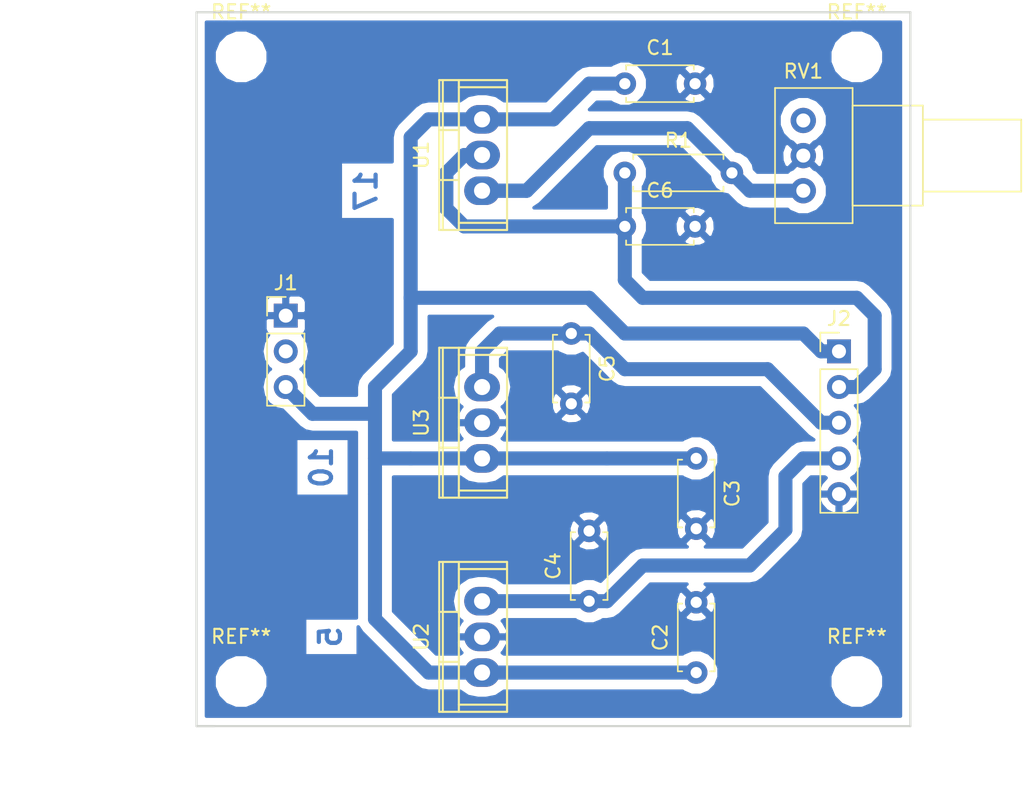
<source format=kicad_pcb>
(kicad_pcb (version 4) (host pcbnew 4.0.7-e2-6376~61~ubuntu18.04.1)

  (general
    (links 26)
    (no_connects 0)
    (area 105.260001 55.65 180.255001 118.190001)
    (thickness 1.6)
    (drawings 10)
    (tracks 66)
    (zones 0)
    (modules 17)
    (nets 9)
  )

  (page A4)
  (title_block
    (title "Regulators board")
    (date 2019-01-20)
    (rev A)
    (company "Robot Télécom Strasbourg")
  )

  (layers
    (0 F.Cu signal)
    (31 B.Cu signal)
    (32 B.Adhes user)
    (33 F.Adhes user)
    (34 B.Paste user)
    (35 F.Paste user)
    (36 B.SilkS user)
    (37 F.SilkS user)
    (38 B.Mask user)
    (39 F.Mask user)
    (40 Dwgs.User user)
    (41 Cmts.User user)
    (42 Eco1.User user)
    (43 Eco2.User user)
    (44 Edge.Cuts user)
    (45 Margin user)
    (46 B.CrtYd user)
    (47 F.CrtYd user)
    (48 B.Fab user)
    (49 F.Fab user)
  )

  (setup
    (last_trace_width 1)
    (user_trace_width 0.5)
    (user_trace_width 1)
    (trace_clearance 0.7)
    (zone_clearance 0.508)
    (zone_45_only no)
    (trace_min 0.2)
    (segment_width 0.2)
    (edge_width 0.15)
    (via_size 0.6)
    (via_drill 0.4)
    (via_min_size 0.4)
    (via_min_drill 0.3)
    (uvia_size 0.3)
    (uvia_drill 0.1)
    (uvias_allowed no)
    (uvia_min_size 0.2)
    (uvia_min_drill 0.1)
    (pcb_text_width 0.3)
    (pcb_text_size 1.5 1.5)
    (mod_edge_width 0.15)
    (mod_text_size 1 1)
    (mod_text_width 0.15)
    (pad_size 1.524 1.524)
    (pad_drill 0.762)
    (pad_to_mask_clearance 0.2)
    (aux_axis_origin 168.91 75.565)
    (visible_elements FFFFFF7F)
    (pcbplotparams
      (layerselection 0x01030_80000001)
      (usegerberextensions false)
      (excludeedgelayer true)
      (linewidth 0.100000)
      (plotframeref false)
      (viasonmask false)
      (mode 1)
      (useauxorigin false)
      (hpglpennumber 1)
      (hpglpenspeed 20)
      (hpglpendiameter 15)
      (hpglpenoverlay 2)
      (psnegative false)
      (psa4output false)
      (plotreference true)
      (plotvalue true)
      (plotinvisibletext false)
      (padsonsilk false)
      (subtractmaskfromsilk false)
      (outputformat 1)
      (mirror false)
      (drillshape 0)
      (scaleselection 1)
      (outputdirectory /home/rex/1_Elec/Kicad/RegulBoardOut/))
  )

  (net 0 "")
  (net 1 VCC)
  (net 2 GND)
  (net 3 /5V)
  (net 4 /10V)
  (net 5 /Vvar)
  (net 6 "Net-(R1-Pad2)")
  (net 7 "Net-(RV1-Pad3)")
  (net 8 "Net-(J1-Pad2)")

  (net_class Default "This is the default net class."
    (clearance 0.7)
    (trace_width 1)
    (via_dia 0.6)
    (via_drill 0.4)
    (uvia_dia 0.3)
    (uvia_drill 0.1)
    (add_net /10V)
    (add_net /5V)
    (add_net /Vvar)
    (add_net GND)
    (add_net "Net-(J1-Pad2)")
    (add_net "Net-(R1-Pad2)")
    (add_net "Net-(RV1-Pad3)")
    (add_net VCC)
  )

  (net_class PWR ""
    (clearance 0.5)
    (trace_width 1)
    (via_dia 0.6)
    (via_drill 0.4)
    (uvia_dia 0.3)
    (uvia_drill 0.1)
  )

  (module Capacitors_THT:C_Disc_D4.7mm_W2.5mm_P5.00mm (layer F.Cu) (tedit 597BC7C2) (tstamp 5C449B43)
    (at 151.13 62.23)
    (descr "C, Disc series, Radial, pin pitch=5.00mm, , diameter*width=4.7*2.5mm^2, Capacitor, http://www.vishay.com/docs/45233/krseries.pdf")
    (tags "C Disc series Radial pin pitch 5.00mm  diameter 4.7mm width 2.5mm Capacitor")
    (path /5C44F410)
    (fp_text reference C1 (at 2.5 -2.56) (layer F.SilkS)
      (effects (font (size 1 1) (thickness 0.15)))
    )
    (fp_text value C (at 2.5 2.56) (layer F.Fab)
      (effects (font (size 1 1) (thickness 0.15)))
    )
    (fp_line (start 0.15 -1.25) (end 0.15 1.25) (layer F.Fab) (width 0.1))
    (fp_line (start 0.15 1.25) (end 4.85 1.25) (layer F.Fab) (width 0.1))
    (fp_line (start 4.85 1.25) (end 4.85 -1.25) (layer F.Fab) (width 0.1))
    (fp_line (start 4.85 -1.25) (end 0.15 -1.25) (layer F.Fab) (width 0.1))
    (fp_line (start 0.09 -1.31) (end 4.91 -1.31) (layer F.SilkS) (width 0.12))
    (fp_line (start 0.09 1.31) (end 4.91 1.31) (layer F.SilkS) (width 0.12))
    (fp_line (start 0.09 -1.31) (end 0.09 -0.996) (layer F.SilkS) (width 0.12))
    (fp_line (start 0.09 0.996) (end 0.09 1.31) (layer F.SilkS) (width 0.12))
    (fp_line (start 4.91 -1.31) (end 4.91 -0.996) (layer F.SilkS) (width 0.12))
    (fp_line (start 4.91 0.996) (end 4.91 1.31) (layer F.SilkS) (width 0.12))
    (fp_line (start -1.05 -1.6) (end -1.05 1.6) (layer F.CrtYd) (width 0.05))
    (fp_line (start -1.05 1.6) (end 6.05 1.6) (layer F.CrtYd) (width 0.05))
    (fp_line (start 6.05 1.6) (end 6.05 -1.6) (layer F.CrtYd) (width 0.05))
    (fp_line (start 6.05 -1.6) (end -1.05 -1.6) (layer F.CrtYd) (width 0.05))
    (fp_text user %R (at 2.5 0) (layer F.Fab)
      (effects (font (size 1 1) (thickness 0.15)))
    )
    (pad 1 thru_hole circle (at 0 0) (size 1.6 1.6) (drill 0.8) (layers *.Cu *.Mask)
      (net 1 VCC))
    (pad 2 thru_hole circle (at 5 0) (size 1.6 1.6) (drill 0.8) (layers *.Cu *.Mask)
      (net 2 GND))
    (model ${KISYS3DMOD}/Capacitors_THT.3dshapes/C_Disc_D4.7mm_W2.5mm_P5.00mm.wrl
      (at (xyz 0 0 0))
      (scale (xyz 1 1 1))
      (rotate (xyz 0 0 0))
    )
  )

  (module Capacitors_THT:C_Disc_D4.7mm_W2.5mm_P5.00mm (layer F.Cu) (tedit 597BC7C2) (tstamp 5C449B49)
    (at 156.21 104.14 90)
    (descr "C, Disc series, Radial, pin pitch=5.00mm, , diameter*width=4.7*2.5mm^2, Capacitor, http://www.vishay.com/docs/45233/krseries.pdf")
    (tags "C Disc series Radial pin pitch 5.00mm  diameter 4.7mm width 2.5mm Capacitor")
    (path /5C44FEAC)
    (fp_text reference C2 (at 2.5 -2.56 90) (layer F.SilkS)
      (effects (font (size 1 1) (thickness 0.15)))
    )
    (fp_text value C (at 2.5 2.56 90) (layer F.Fab)
      (effects (font (size 1 1) (thickness 0.15)))
    )
    (fp_line (start 0.15 -1.25) (end 0.15 1.25) (layer F.Fab) (width 0.1))
    (fp_line (start 0.15 1.25) (end 4.85 1.25) (layer F.Fab) (width 0.1))
    (fp_line (start 4.85 1.25) (end 4.85 -1.25) (layer F.Fab) (width 0.1))
    (fp_line (start 4.85 -1.25) (end 0.15 -1.25) (layer F.Fab) (width 0.1))
    (fp_line (start 0.09 -1.31) (end 4.91 -1.31) (layer F.SilkS) (width 0.12))
    (fp_line (start 0.09 1.31) (end 4.91 1.31) (layer F.SilkS) (width 0.12))
    (fp_line (start 0.09 -1.31) (end 0.09 -0.996) (layer F.SilkS) (width 0.12))
    (fp_line (start 0.09 0.996) (end 0.09 1.31) (layer F.SilkS) (width 0.12))
    (fp_line (start 4.91 -1.31) (end 4.91 -0.996) (layer F.SilkS) (width 0.12))
    (fp_line (start 4.91 0.996) (end 4.91 1.31) (layer F.SilkS) (width 0.12))
    (fp_line (start -1.05 -1.6) (end -1.05 1.6) (layer F.CrtYd) (width 0.05))
    (fp_line (start -1.05 1.6) (end 6.05 1.6) (layer F.CrtYd) (width 0.05))
    (fp_line (start 6.05 1.6) (end 6.05 -1.6) (layer F.CrtYd) (width 0.05))
    (fp_line (start 6.05 -1.6) (end -1.05 -1.6) (layer F.CrtYd) (width 0.05))
    (fp_text user %R (at 2.5 0 90) (layer F.Fab)
      (effects (font (size 1 1) (thickness 0.15)))
    )
    (pad 1 thru_hole circle (at 0 0 90) (size 1.6 1.6) (drill 0.8) (layers *.Cu *.Mask)
      (net 1 VCC))
    (pad 2 thru_hole circle (at 5 0 90) (size 1.6 1.6) (drill 0.8) (layers *.Cu *.Mask)
      (net 2 GND))
    (model ${KISYS3DMOD}/Capacitors_THT.3dshapes/C_Disc_D4.7mm_W2.5mm_P5.00mm.wrl
      (at (xyz 0 0 0))
      (scale (xyz 1 1 1))
      (rotate (xyz 0 0 0))
    )
  )

  (module Capacitors_THT:C_Disc_D4.7mm_W2.5mm_P5.00mm (layer F.Cu) (tedit 597BC7C2) (tstamp 5C449B4F)
    (at 156.21 88.9 270)
    (descr "C, Disc series, Radial, pin pitch=5.00mm, , diameter*width=4.7*2.5mm^2, Capacitor, http://www.vishay.com/docs/45233/krseries.pdf")
    (tags "C Disc series Radial pin pitch 5.00mm  diameter 4.7mm width 2.5mm Capacitor")
    (path /5C45043A)
    (fp_text reference C3 (at 2.5 -2.56 270) (layer F.SilkS)
      (effects (font (size 1 1) (thickness 0.15)))
    )
    (fp_text value C (at 2.5 2.56 270) (layer F.Fab)
      (effects (font (size 1 1) (thickness 0.15)))
    )
    (fp_line (start 0.15 -1.25) (end 0.15 1.25) (layer F.Fab) (width 0.1))
    (fp_line (start 0.15 1.25) (end 4.85 1.25) (layer F.Fab) (width 0.1))
    (fp_line (start 4.85 1.25) (end 4.85 -1.25) (layer F.Fab) (width 0.1))
    (fp_line (start 4.85 -1.25) (end 0.15 -1.25) (layer F.Fab) (width 0.1))
    (fp_line (start 0.09 -1.31) (end 4.91 -1.31) (layer F.SilkS) (width 0.12))
    (fp_line (start 0.09 1.31) (end 4.91 1.31) (layer F.SilkS) (width 0.12))
    (fp_line (start 0.09 -1.31) (end 0.09 -0.996) (layer F.SilkS) (width 0.12))
    (fp_line (start 0.09 0.996) (end 0.09 1.31) (layer F.SilkS) (width 0.12))
    (fp_line (start 4.91 -1.31) (end 4.91 -0.996) (layer F.SilkS) (width 0.12))
    (fp_line (start 4.91 0.996) (end 4.91 1.31) (layer F.SilkS) (width 0.12))
    (fp_line (start -1.05 -1.6) (end -1.05 1.6) (layer F.CrtYd) (width 0.05))
    (fp_line (start -1.05 1.6) (end 6.05 1.6) (layer F.CrtYd) (width 0.05))
    (fp_line (start 6.05 1.6) (end 6.05 -1.6) (layer F.CrtYd) (width 0.05))
    (fp_line (start 6.05 -1.6) (end -1.05 -1.6) (layer F.CrtYd) (width 0.05))
    (fp_text user %R (at 2.5 0 270) (layer F.Fab)
      (effects (font (size 1 1) (thickness 0.15)))
    )
    (pad 1 thru_hole circle (at 0 0 270) (size 1.6 1.6) (drill 0.8) (layers *.Cu *.Mask)
      (net 1 VCC))
    (pad 2 thru_hole circle (at 5 0 270) (size 1.6 1.6) (drill 0.8) (layers *.Cu *.Mask)
      (net 2 GND))
    (model ${KISYS3DMOD}/Capacitors_THT.3dshapes/C_Disc_D4.7mm_W2.5mm_P5.00mm.wrl
      (at (xyz 0 0 0))
      (scale (xyz 1 1 1))
      (rotate (xyz 0 0 0))
    )
  )

  (module Capacitors_THT:C_Disc_D4.7mm_W2.5mm_P5.00mm (layer F.Cu) (tedit 597BC7C2) (tstamp 5C449B55)
    (at 148.59 99.06 90)
    (descr "C, Disc series, Radial, pin pitch=5.00mm, , diameter*width=4.7*2.5mm^2, Capacitor, http://www.vishay.com/docs/45233/krseries.pdf")
    (tags "C Disc series Radial pin pitch 5.00mm  diameter 4.7mm width 2.5mm Capacitor")
    (path /5C44FF05)
    (fp_text reference C4 (at 2.5 -2.56 90) (layer F.SilkS)
      (effects (font (size 1 1) (thickness 0.15)))
    )
    (fp_text value C (at 2.5 2.56 90) (layer F.Fab)
      (effects (font (size 1 1) (thickness 0.15)))
    )
    (fp_line (start 0.15 -1.25) (end 0.15 1.25) (layer F.Fab) (width 0.1))
    (fp_line (start 0.15 1.25) (end 4.85 1.25) (layer F.Fab) (width 0.1))
    (fp_line (start 4.85 1.25) (end 4.85 -1.25) (layer F.Fab) (width 0.1))
    (fp_line (start 4.85 -1.25) (end 0.15 -1.25) (layer F.Fab) (width 0.1))
    (fp_line (start 0.09 -1.31) (end 4.91 -1.31) (layer F.SilkS) (width 0.12))
    (fp_line (start 0.09 1.31) (end 4.91 1.31) (layer F.SilkS) (width 0.12))
    (fp_line (start 0.09 -1.31) (end 0.09 -0.996) (layer F.SilkS) (width 0.12))
    (fp_line (start 0.09 0.996) (end 0.09 1.31) (layer F.SilkS) (width 0.12))
    (fp_line (start 4.91 -1.31) (end 4.91 -0.996) (layer F.SilkS) (width 0.12))
    (fp_line (start 4.91 0.996) (end 4.91 1.31) (layer F.SilkS) (width 0.12))
    (fp_line (start -1.05 -1.6) (end -1.05 1.6) (layer F.CrtYd) (width 0.05))
    (fp_line (start -1.05 1.6) (end 6.05 1.6) (layer F.CrtYd) (width 0.05))
    (fp_line (start 6.05 1.6) (end 6.05 -1.6) (layer F.CrtYd) (width 0.05))
    (fp_line (start 6.05 -1.6) (end -1.05 -1.6) (layer F.CrtYd) (width 0.05))
    (fp_text user %R (at 2.5 0 90) (layer F.Fab)
      (effects (font (size 1 1) (thickness 0.15)))
    )
    (pad 1 thru_hole circle (at 0 0 90) (size 1.6 1.6) (drill 0.8) (layers *.Cu *.Mask)
      (net 3 /5V))
    (pad 2 thru_hole circle (at 5 0 90) (size 1.6 1.6) (drill 0.8) (layers *.Cu *.Mask)
      (net 2 GND))
    (model ${KISYS3DMOD}/Capacitors_THT.3dshapes/C_Disc_D4.7mm_W2.5mm_P5.00mm.wrl
      (at (xyz 0 0 0))
      (scale (xyz 1 1 1))
      (rotate (xyz 0 0 0))
    )
  )

  (module Capacitors_THT:C_Disc_D4.7mm_W2.5mm_P5.00mm (layer F.Cu) (tedit 597BC7C2) (tstamp 5C449B5B)
    (at 147.32 80.01 270)
    (descr "C, Disc series, Radial, pin pitch=5.00mm, , diameter*width=4.7*2.5mm^2, Capacitor, http://www.vishay.com/docs/45233/krseries.pdf")
    (tags "C Disc series Radial pin pitch 5.00mm  diameter 4.7mm width 2.5mm Capacitor")
    (path /5C45049A)
    (fp_text reference C5 (at 2.5 -2.56 270) (layer F.SilkS)
      (effects (font (size 1 1) (thickness 0.15)))
    )
    (fp_text value C (at 2.5 2.56 270) (layer F.Fab)
      (effects (font (size 1 1) (thickness 0.15)))
    )
    (fp_line (start 0.15 -1.25) (end 0.15 1.25) (layer F.Fab) (width 0.1))
    (fp_line (start 0.15 1.25) (end 4.85 1.25) (layer F.Fab) (width 0.1))
    (fp_line (start 4.85 1.25) (end 4.85 -1.25) (layer F.Fab) (width 0.1))
    (fp_line (start 4.85 -1.25) (end 0.15 -1.25) (layer F.Fab) (width 0.1))
    (fp_line (start 0.09 -1.31) (end 4.91 -1.31) (layer F.SilkS) (width 0.12))
    (fp_line (start 0.09 1.31) (end 4.91 1.31) (layer F.SilkS) (width 0.12))
    (fp_line (start 0.09 -1.31) (end 0.09 -0.996) (layer F.SilkS) (width 0.12))
    (fp_line (start 0.09 0.996) (end 0.09 1.31) (layer F.SilkS) (width 0.12))
    (fp_line (start 4.91 -1.31) (end 4.91 -0.996) (layer F.SilkS) (width 0.12))
    (fp_line (start 4.91 0.996) (end 4.91 1.31) (layer F.SilkS) (width 0.12))
    (fp_line (start -1.05 -1.6) (end -1.05 1.6) (layer F.CrtYd) (width 0.05))
    (fp_line (start -1.05 1.6) (end 6.05 1.6) (layer F.CrtYd) (width 0.05))
    (fp_line (start 6.05 1.6) (end 6.05 -1.6) (layer F.CrtYd) (width 0.05))
    (fp_line (start 6.05 -1.6) (end -1.05 -1.6) (layer F.CrtYd) (width 0.05))
    (fp_text user %R (at 2.5 0 270) (layer F.Fab)
      (effects (font (size 1 1) (thickness 0.15)))
    )
    (pad 1 thru_hole circle (at 0 0 270) (size 1.6 1.6) (drill 0.8) (layers *.Cu *.Mask)
      (net 4 /10V))
    (pad 2 thru_hole circle (at 5 0 270) (size 1.6 1.6) (drill 0.8) (layers *.Cu *.Mask)
      (net 2 GND))
    (model ${KISYS3DMOD}/Capacitors_THT.3dshapes/C_Disc_D4.7mm_W2.5mm_P5.00mm.wrl
      (at (xyz 0 0 0))
      (scale (xyz 1 1 1))
      (rotate (xyz 0 0 0))
    )
  )

  (module Capacitors_THT:C_Disc_D4.7mm_W2.5mm_P5.00mm (layer F.Cu) (tedit 5C449BAA) (tstamp 5C449B61)
    (at 151.13 72.39)
    (descr "C, Disc series, Radial, pin pitch=5.00mm, , diameter*width=4.7*2.5mm^2, Capacitor, http://www.vishay.com/docs/45233/krseries.pdf")
    (tags "C Disc series Radial pin pitch 5.00mm  diameter 4.7mm width 2.5mm Capacitor")
    (path /5C44F45A)
    (fp_text reference C6 (at 2.5 -2.56) (layer F.SilkS)
      (effects (font (size 1 1) (thickness 0.15)))
    )
    (fp_text value C (at 2.5 2.56) (layer F.Fab)
      (effects (font (size 1 1) (thickness 0.15)))
    )
    (fp_line (start 0.15 -1.25) (end 0.15 1.25) (layer F.Fab) (width 0.1))
    (fp_line (start 0.15 1.25) (end 4.85 1.25) (layer F.Fab) (width 0.1))
    (fp_line (start 4.85 1.25) (end 4.85 -1.25) (layer F.Fab) (width 0.1))
    (fp_line (start 4.85 -1.25) (end 0.15 -1.25) (layer F.Fab) (width 0.1))
    (fp_line (start 0.09 -1.31) (end 4.91 -1.31) (layer F.SilkS) (width 0.12))
    (fp_line (start 0.09 1.31) (end 4.91 1.31) (layer F.SilkS) (width 0.12))
    (fp_line (start 0.09 -1.31) (end 0.09 -0.996) (layer F.SilkS) (width 0.12))
    (fp_line (start 0.09 0.996) (end 0.09 1.31) (layer F.SilkS) (width 0.12))
    (fp_line (start 4.91 -1.31) (end 4.91 -0.996) (layer F.SilkS) (width 0.12))
    (fp_line (start 4.91 0.996) (end 4.91 1.31) (layer F.SilkS) (width 0.12))
    (fp_line (start -1.05 -1.6) (end -1.05 1.6) (layer F.CrtYd) (width 0.05))
    (fp_line (start -1.05 1.6) (end 6.05 1.6) (layer F.CrtYd) (width 0.05))
    (fp_line (start 6.05 1.6) (end 6.05 -1.6) (layer F.CrtYd) (width 0.05))
    (fp_line (start 6.05 -1.6) (end -1.05 -1.6) (layer F.CrtYd) (width 0.05))
    (fp_text user %R (at 2.54 0) (layer F.Fab)
      (effects (font (size 1 1) (thickness 0.15)))
    )
    (pad 1 thru_hole circle (at 0 0) (size 1.6 1.6) (drill 0.8) (layers *.Cu *.Mask)
      (net 5 /Vvar))
    (pad 2 thru_hole circle (at 5 0) (size 1.6 1.6) (drill 0.8) (layers *.Cu *.Mask)
      (net 2 GND))
    (model ${KISYS3DMOD}/Capacitors_THT.3dshapes/C_Disc_D4.7mm_W2.5mm_P5.00mm.wrl
      (at (xyz 0 0 0))
      (scale (xyz 1 1 1))
      (rotate (xyz 0 0 0))
    )
  )

  (module Pin_Headers:Pin_Header_Straight_1x03_Pitch2.54mm (layer F.Cu) (tedit 59650532) (tstamp 5C449B68)
    (at 127 78.74)
    (descr "Through hole straight pin header, 1x03, 2.54mm pitch, single row")
    (tags "Through hole pin header THT 1x03 2.54mm single row")
    (path /5C452C50)
    (fp_text reference J1 (at 0 -2.33) (layer F.SilkS)
      (effects (font (size 1 1) (thickness 0.15)))
    )
    (fp_text value Conn_01x03 (at 0 7.41) (layer F.Fab)
      (effects (font (size 1 1) (thickness 0.15)))
    )
    (fp_line (start -0.635 -1.27) (end 1.27 -1.27) (layer F.Fab) (width 0.1))
    (fp_line (start 1.27 -1.27) (end 1.27 6.35) (layer F.Fab) (width 0.1))
    (fp_line (start 1.27 6.35) (end -1.27 6.35) (layer F.Fab) (width 0.1))
    (fp_line (start -1.27 6.35) (end -1.27 -0.635) (layer F.Fab) (width 0.1))
    (fp_line (start -1.27 -0.635) (end -0.635 -1.27) (layer F.Fab) (width 0.1))
    (fp_line (start -1.33 6.41) (end 1.33 6.41) (layer F.SilkS) (width 0.12))
    (fp_line (start -1.33 1.27) (end -1.33 6.41) (layer F.SilkS) (width 0.12))
    (fp_line (start 1.33 1.27) (end 1.33 6.41) (layer F.SilkS) (width 0.12))
    (fp_line (start -1.33 1.27) (end 1.33 1.27) (layer F.SilkS) (width 0.12))
    (fp_line (start -1.33 0) (end -1.33 -1.33) (layer F.SilkS) (width 0.12))
    (fp_line (start -1.33 -1.33) (end 0 -1.33) (layer F.SilkS) (width 0.12))
    (fp_line (start -1.8 -1.8) (end -1.8 6.85) (layer F.CrtYd) (width 0.05))
    (fp_line (start -1.8 6.85) (end 1.8 6.85) (layer F.CrtYd) (width 0.05))
    (fp_line (start 1.8 6.85) (end 1.8 -1.8) (layer F.CrtYd) (width 0.05))
    (fp_line (start 1.8 -1.8) (end -1.8 -1.8) (layer F.CrtYd) (width 0.05))
    (fp_text user %R (at 0 2.54 90) (layer F.Fab)
      (effects (font (size 1 1) (thickness 0.15)))
    )
    (pad 1 thru_hole rect (at 0 0) (size 1.7 1.7) (drill 1) (layers *.Cu *.Mask)
      (net 2 GND))
    (pad 2 thru_hole oval (at 0 2.54) (size 1.7 1.7) (drill 1) (layers *.Cu *.Mask)
      (net 8 "Net-(J1-Pad2)"))
    (pad 3 thru_hole oval (at 0 5.08) (size 1.7 1.7) (drill 1) (layers *.Cu *.Mask)
      (net 1 VCC))
    (model ${KISYS3DMOD}/Pin_Headers.3dshapes/Pin_Header_Straight_1x03_Pitch2.54mm.wrl
      (at (xyz 0 0 0))
      (scale (xyz 1 1 1))
      (rotate (xyz 0 0 0))
    )
  )

  (module Pin_Headers:Pin_Header_Straight_1x05_Pitch2.54mm (layer F.Cu) (tedit 59650532) (tstamp 5C449B71)
    (at 166.37 81.28)
    (descr "Through hole straight pin header, 1x05, 2.54mm pitch, single row")
    (tags "Through hole pin header THT 1x05 2.54mm single row")
    (path /5C450ABB)
    (fp_text reference J2 (at 0 -2.33) (layer F.SilkS)
      (effects (font (size 1 1) (thickness 0.15)))
    )
    (fp_text value Conn_01x05 (at 0 12.49) (layer F.Fab)
      (effects (font (size 1 1) (thickness 0.15)))
    )
    (fp_line (start -0.635 -1.27) (end 1.27 -1.27) (layer F.Fab) (width 0.1))
    (fp_line (start 1.27 -1.27) (end 1.27 11.43) (layer F.Fab) (width 0.1))
    (fp_line (start 1.27 11.43) (end -1.27 11.43) (layer F.Fab) (width 0.1))
    (fp_line (start -1.27 11.43) (end -1.27 -0.635) (layer F.Fab) (width 0.1))
    (fp_line (start -1.27 -0.635) (end -0.635 -1.27) (layer F.Fab) (width 0.1))
    (fp_line (start -1.33 11.49) (end 1.33 11.49) (layer F.SilkS) (width 0.12))
    (fp_line (start -1.33 1.27) (end -1.33 11.49) (layer F.SilkS) (width 0.12))
    (fp_line (start 1.33 1.27) (end 1.33 11.49) (layer F.SilkS) (width 0.12))
    (fp_line (start -1.33 1.27) (end 1.33 1.27) (layer F.SilkS) (width 0.12))
    (fp_line (start -1.33 0) (end -1.33 -1.33) (layer F.SilkS) (width 0.12))
    (fp_line (start -1.33 -1.33) (end 0 -1.33) (layer F.SilkS) (width 0.12))
    (fp_line (start -1.8 -1.8) (end -1.8 11.95) (layer F.CrtYd) (width 0.05))
    (fp_line (start -1.8 11.95) (end 1.8 11.95) (layer F.CrtYd) (width 0.05))
    (fp_line (start 1.8 11.95) (end 1.8 -1.8) (layer F.CrtYd) (width 0.05))
    (fp_line (start 1.8 -1.8) (end -1.8 -1.8) (layer F.CrtYd) (width 0.05))
    (fp_text user %R (at 0 5.08 90) (layer F.Fab)
      (effects (font (size 1 1) (thickness 0.15)))
    )
    (pad 1 thru_hole rect (at 0 0) (size 1.7 1.7) (drill 1) (layers *.Cu *.Mask)
      (net 1 VCC))
    (pad 2 thru_hole oval (at 0 2.54) (size 1.7 1.7) (drill 1) (layers *.Cu *.Mask)
      (net 5 /Vvar))
    (pad 3 thru_hole oval (at 0 5.08) (size 1.7 1.7) (drill 1) (layers *.Cu *.Mask)
      (net 4 /10V))
    (pad 4 thru_hole oval (at 0 7.62) (size 1.7 1.7) (drill 1) (layers *.Cu *.Mask)
      (net 3 /5V))
    (pad 5 thru_hole oval (at 0 10.16) (size 1.7 1.7) (drill 1) (layers *.Cu *.Mask)
      (net 2 GND))
    (model ${KISYS3DMOD}/Pin_Headers.3dshapes/Pin_Header_Straight_1x05_Pitch2.54mm.wrl
      (at (xyz 0 0 0))
      (scale (xyz 1 1 1))
      (rotate (xyz 0 0 0))
    )
  )

  (module Resistors_THT:R_Axial_DIN0207_L6.3mm_D2.5mm_P7.62mm_Horizontal (layer F.Cu) (tedit 5874F706) (tstamp 5C449B77)
    (at 151.13 68.58)
    (descr "Resistor, Axial_DIN0207 series, Axial, Horizontal, pin pitch=7.62mm, 0.25W = 1/4W, length*diameter=6.3*2.5mm^2, http://cdn-reichelt.de/documents/datenblatt/B400/1_4W%23YAG.pdf")
    (tags "Resistor Axial_DIN0207 series Axial Horizontal pin pitch 7.62mm 0.25W = 1/4W length 6.3mm diameter 2.5mm")
    (path /5C44F4A6)
    (fp_text reference R1 (at 3.81 -2.31) (layer F.SilkS)
      (effects (font (size 1 1) (thickness 0.15)))
    )
    (fp_text value R (at 3.81 2.31) (layer F.Fab)
      (effects (font (size 1 1) (thickness 0.15)))
    )
    (fp_line (start 0.66 -1.25) (end 0.66 1.25) (layer F.Fab) (width 0.1))
    (fp_line (start 0.66 1.25) (end 6.96 1.25) (layer F.Fab) (width 0.1))
    (fp_line (start 6.96 1.25) (end 6.96 -1.25) (layer F.Fab) (width 0.1))
    (fp_line (start 6.96 -1.25) (end 0.66 -1.25) (layer F.Fab) (width 0.1))
    (fp_line (start 0 0) (end 0.66 0) (layer F.Fab) (width 0.1))
    (fp_line (start 7.62 0) (end 6.96 0) (layer F.Fab) (width 0.1))
    (fp_line (start 0.6 -0.98) (end 0.6 -1.31) (layer F.SilkS) (width 0.12))
    (fp_line (start 0.6 -1.31) (end 7.02 -1.31) (layer F.SilkS) (width 0.12))
    (fp_line (start 7.02 -1.31) (end 7.02 -0.98) (layer F.SilkS) (width 0.12))
    (fp_line (start 0.6 0.98) (end 0.6 1.31) (layer F.SilkS) (width 0.12))
    (fp_line (start 0.6 1.31) (end 7.02 1.31) (layer F.SilkS) (width 0.12))
    (fp_line (start 7.02 1.31) (end 7.02 0.98) (layer F.SilkS) (width 0.12))
    (fp_line (start -1.05 -1.6) (end -1.05 1.6) (layer F.CrtYd) (width 0.05))
    (fp_line (start -1.05 1.6) (end 8.7 1.6) (layer F.CrtYd) (width 0.05))
    (fp_line (start 8.7 1.6) (end 8.7 -1.6) (layer F.CrtYd) (width 0.05))
    (fp_line (start 8.7 -1.6) (end -1.05 -1.6) (layer F.CrtYd) (width 0.05))
    (pad 1 thru_hole circle (at 0 0) (size 1.6 1.6) (drill 0.8) (layers *.Cu *.Mask)
      (net 5 /Vvar))
    (pad 2 thru_hole oval (at 7.62 0) (size 1.6 1.6) (drill 0.8) (layers *.Cu *.Mask)
      (net 6 "Net-(R1-Pad2)"))
    (model ${KISYS3DMOD}/Resistors_THT.3dshapes/R_Axial_DIN0207_L6.3mm_D2.5mm_P7.62mm_Horizontal.wrl
      (at (xyz 0 0 0))
      (scale (xyz 0.393701 0.393701 0.393701))
      (rotate (xyz 0 0 0))
    )
  )

  (module Potentiometers:Potentiometer_Alps_RK09Y_Vertical (layer F.Cu) (tedit 58826B09) (tstamp 5C449B7E)
    (at 163.83 69.85)
    (descr "Potentiometer, vertically mounted, Omeg PC16PU, Omeg PC16PU, Omeg PC16PU, Vishay/Spectrol 248GJ/249GJ Single, Vishay/Spectrol 248GJ/249GJ Single, Vishay/Spectrol 248GJ/249GJ Single, Vishay/Spectrol 248GH/249GH Single, Vishay/Spectrol 148/149 Single, Vishay/Spectrol 148/149 Single, Vishay/Spectrol 148/149 Single, Vishay/Spectrol 148A/149A Single with mounting plates, Vishay/Spectrol 148/149 Double, Vishay/Spectrol 148A/149A Double with mounting plates, Piher PC-16 Single, Piher PC-16 Single, Piher PC-16 Single, Piher PC-16SV Single, Piher PC-16 Double, Piher PC-16 Triple, Piher T16H Single, Piher T16L Single, Piher T16H Double, Alps RK163 Single, Alps RK163 Double, Alps RK097 Single, Alps RK097 Double, Bourns PTV09A-2 Single with mounting sleve Single, Bourns PTV09A-1 with mounting sleve Single, Bourns PRS11S Single, Alps RK09K Single with mounting sleve Single, Alps RK09K with mounting sleve Single, Alps RK09L Single, Alps RK09L Single, Alps RK09L Double, Alps RK09L Double, Alps RK09Y Single, http://www.alps.com/prod/info/E/HTML/Potentiometer/RotaryPotentiometers/RK09Y11/RK09Y11L0001.html")
    (tags "Potentiometer vertical  Omeg PC16PU  Omeg PC16PU  Omeg PC16PU  Vishay/Spectrol 248GJ/249GJ Single  Vishay/Spectrol 248GJ/249GJ Single  Vishay/Spectrol 248GJ/249GJ Single  Vishay/Spectrol 248GH/249GH Single  Vishay/Spectrol 148/149 Single  Vishay/Spectrol 148/149 Single  Vishay/Spectrol 148/149 Single  Vishay/Spectrol 148A/149A Single with mounting plates  Vishay/Spectrol 148/149 Double  Vishay/Spectrol 148A/149A Double with mounting plates  Piher PC-16 Single  Piher PC-16 Single  Piher PC-16 Single  Piher PC-16SV Single  Piher PC-16 Double  Piher PC-16 Triple  Piher T16H Single  Piher T16L Single  Piher T16H Double  Alps RK163 Single  Alps RK163 Double  Alps RK097 Single  Alps RK097 Double  Bourns PTV09A-2 Single with mounting sleve Single  Bourns PTV09A-1 with mounting sleve Single  Bourns PRS11S Single  Alps RK09K Single with mounting sleve Single  Alps RK09K with mounting sleve Single  Alps RK09L Single  Alps RK09L Single  Alps RK09L Double  Alps RK09L Double  Alps RK09Y Single")
    (path /5C44F4F9)
    (fp_text reference RV1 (at 0 -8.5) (layer F.SilkS)
      (effects (font (size 1 1) (thickness 0.15)))
    )
    (fp_text value POT (at 0 3.5) (layer F.Fab)
      (effects (font (size 1 1) (thickness 0.15)))
    )
    (fp_line (start -1.95 -7.25) (end -1.95 2.25) (layer F.Fab) (width 0.1))
    (fp_line (start -1.95 2.25) (end 3.45 2.25) (layer F.Fab) (width 0.1))
    (fp_line (start 3.45 2.25) (end 3.45 -7.25) (layer F.Fab) (width 0.1))
    (fp_line (start 3.45 -7.25) (end -1.95 -7.25) (layer F.Fab) (width 0.1))
    (fp_line (start 3.45 -6) (end 3.45 1) (layer F.Fab) (width 0.1))
    (fp_line (start 3.45 1) (end 8.45 1) (layer F.Fab) (width 0.1))
    (fp_line (start 8.45 1) (end 8.45 -6) (layer F.Fab) (width 0.1))
    (fp_line (start 8.45 -6) (end 3.45 -6) (layer F.Fab) (width 0.1))
    (fp_line (start 8.45 -5) (end 8.45 0) (layer F.Fab) (width 0.1))
    (fp_line (start 8.45 0) (end 15.45 0) (layer F.Fab) (width 0.1))
    (fp_line (start 15.45 0) (end 15.45 -5) (layer F.Fab) (width 0.1))
    (fp_line (start 15.45 -5) (end 8.45 -5) (layer F.Fab) (width 0.1))
    (fp_line (start -2.011 -7.31) (end 3.51 -7.31) (layer F.SilkS) (width 0.12))
    (fp_line (start -2.011 2.31) (end 3.51 2.31) (layer F.SilkS) (width 0.12))
    (fp_line (start -2.011 -7.31) (end -2.011 2.31) (layer F.SilkS) (width 0.12))
    (fp_line (start 3.51 -7.31) (end 3.51 2.31) (layer F.SilkS) (width 0.12))
    (fp_line (start 3.51 -6.06) (end 8.51 -6.06) (layer F.SilkS) (width 0.12))
    (fp_line (start 3.51 1.06) (end 8.51 1.06) (layer F.SilkS) (width 0.12))
    (fp_line (start 3.51 -6.06) (end 3.51 1.06) (layer F.SilkS) (width 0.12))
    (fp_line (start 8.51 -6.06) (end 8.51 1.06) (layer F.SilkS) (width 0.12))
    (fp_line (start 8.51 -5.06) (end 15.51 -5.06) (layer F.SilkS) (width 0.12))
    (fp_line (start 8.51 0.06) (end 15.51 0.06) (layer F.SilkS) (width 0.12))
    (fp_line (start 8.51 -5.06) (end 8.51 0.06) (layer F.SilkS) (width 0.12))
    (fp_line (start 15.51 -5.06) (end 15.51 0.06) (layer F.SilkS) (width 0.12))
    (fp_line (start -2.2 -7.5) (end -2.2 2.5) (layer F.CrtYd) (width 0.05))
    (fp_line (start -2.2 2.5) (end 15.7 2.5) (layer F.CrtYd) (width 0.05))
    (fp_line (start 15.7 2.5) (end 15.7 -7.5) (layer F.CrtYd) (width 0.05))
    (fp_line (start 15.7 -7.5) (end -2.2 -7.5) (layer F.CrtYd) (width 0.05))
    (pad 3 thru_hole circle (at 0 -5) (size 1.8 1.8) (drill 1) (layers *.Cu *.Mask)
      (net 7 "Net-(RV1-Pad3)"))
    (pad 2 thru_hole circle (at 0 -2.5) (size 1.8 1.8) (drill 1) (layers *.Cu *.Mask)
      (net 2 GND))
    (pad 1 thru_hole circle (at 0 0) (size 1.8 1.8) (drill 1) (layers *.Cu *.Mask)
      (net 6 "Net-(R1-Pad2)"))
    (model Potentiometers.3dshapes/Potentiometer_Alps_RK09Y_Vertical.wrl
      (at (xyz 0 0 0))
      (scale (xyz 0.393701 0.393701 0.393701))
      (rotate (xyz 0 0 0))
    )
  )

  (module Power_Integrations:TO-220 (layer F.Cu) (tedit 0) (tstamp 5C449B85)
    (at 140.97 67.31 90)
    (descr "Non Isolated JEDEC TO-220 Package")
    (tags "Power Integration YN Package")
    (path /5C44F30F)
    (fp_text reference U1 (at 0 -4.318 90) (layer F.SilkS)
      (effects (font (size 1 1) (thickness 0.15)))
    )
    (fp_text value LM317_3PinPackage (at 0 -4.318 90) (layer F.Fab)
      (effects (font (size 1 1) (thickness 0.15)))
    )
    (fp_line (start 4.826 -1.651) (end 4.826 1.778) (layer F.SilkS) (width 0.15))
    (fp_line (start -4.826 -1.651) (end -4.826 1.778) (layer F.SilkS) (width 0.15))
    (fp_line (start 5.334 -2.794) (end -5.334 -2.794) (layer F.SilkS) (width 0.15))
    (fp_line (start 1.778 -1.778) (end 1.778 -3.048) (layer F.SilkS) (width 0.15))
    (fp_line (start -1.778 -1.778) (end -1.778 -3.048) (layer F.SilkS) (width 0.15))
    (fp_line (start -5.334 -1.651) (end 5.334 -1.651) (layer F.SilkS) (width 0.15))
    (fp_line (start 5.334 1.778) (end -5.334 1.778) (layer F.SilkS) (width 0.15))
    (fp_line (start -5.334 -3.048) (end -5.334 1.778) (layer F.SilkS) (width 0.15))
    (fp_line (start 5.334 -3.048) (end 5.334 1.778) (layer F.SilkS) (width 0.15))
    (fp_line (start 5.334 -3.048) (end -5.334 -3.048) (layer F.SilkS) (width 0.15))
    (pad 2 thru_hole oval (at 0 0 90) (size 2.032 2.54) (drill 1.143) (layers *.Cu *.Mask)
      (net 5 /Vvar))
    (pad 3 thru_hole oval (at 2.54 0 90) (size 2.032 2.54) (drill 1.143) (layers *.Cu *.Mask)
      (net 1 VCC))
    (pad 1 thru_hole oval (at -2.54 0 90) (size 2.032 2.54) (drill 1.143) (layers *.Cu *.Mask)
      (net 6 "Net-(R1-Pad2)"))
  )

  (module Power_Integrations:TO-220 (layer F.Cu) (tedit 0) (tstamp 5C449B8C)
    (at 140.97 101.6 90)
    (descr "Non Isolated JEDEC TO-220 Package")
    (tags "Power Integration YN Package")
    (path /5C44FCA9)
    (fp_text reference U2 (at 0 -4.318 90) (layer F.SilkS)
      (effects (font (size 1 1) (thickness 0.15)))
    )
    (fp_text value L7805 (at 0 -4.318 90) (layer F.Fab)
      (effects (font (size 1 1) (thickness 0.15)))
    )
    (fp_line (start 4.826 -1.651) (end 4.826 1.778) (layer F.SilkS) (width 0.15))
    (fp_line (start -4.826 -1.651) (end -4.826 1.778) (layer F.SilkS) (width 0.15))
    (fp_line (start 5.334 -2.794) (end -5.334 -2.794) (layer F.SilkS) (width 0.15))
    (fp_line (start 1.778 -1.778) (end 1.778 -3.048) (layer F.SilkS) (width 0.15))
    (fp_line (start -1.778 -1.778) (end -1.778 -3.048) (layer F.SilkS) (width 0.15))
    (fp_line (start -5.334 -1.651) (end 5.334 -1.651) (layer F.SilkS) (width 0.15))
    (fp_line (start 5.334 1.778) (end -5.334 1.778) (layer F.SilkS) (width 0.15))
    (fp_line (start -5.334 -3.048) (end -5.334 1.778) (layer F.SilkS) (width 0.15))
    (fp_line (start 5.334 -3.048) (end 5.334 1.778) (layer F.SilkS) (width 0.15))
    (fp_line (start 5.334 -3.048) (end -5.334 -3.048) (layer F.SilkS) (width 0.15))
    (pad 2 thru_hole oval (at 0 0 90) (size 2.032 2.54) (drill 1.143) (layers *.Cu *.Mask)
      (net 2 GND))
    (pad 3 thru_hole oval (at 2.54 0 90) (size 2.032 2.54) (drill 1.143) (layers *.Cu *.Mask)
      (net 3 /5V))
    (pad 1 thru_hole oval (at -2.54 0 90) (size 2.032 2.54) (drill 1.143) (layers *.Cu *.Mask)
      (net 1 VCC))
  )

  (module Power_Integrations:TO-220 (layer F.Cu) (tedit 0) (tstamp 5C449B93)
    (at 140.97 86.36 90)
    (descr "Non Isolated JEDEC TO-220 Package")
    (tags "Power Integration YN Package")
    (path /5C4503B1)
    (fp_text reference U3 (at 0 -4.318 90) (layer F.SilkS)
      (effects (font (size 1 1) (thickness 0.15)))
    )
    (fp_text value L7810 (at 0 -4.318 90) (layer F.Fab)
      (effects (font (size 1 1) (thickness 0.15)))
    )
    (fp_line (start 4.826 -1.651) (end 4.826 1.778) (layer F.SilkS) (width 0.15))
    (fp_line (start -4.826 -1.651) (end -4.826 1.778) (layer F.SilkS) (width 0.15))
    (fp_line (start 5.334 -2.794) (end -5.334 -2.794) (layer F.SilkS) (width 0.15))
    (fp_line (start 1.778 -1.778) (end 1.778 -3.048) (layer F.SilkS) (width 0.15))
    (fp_line (start -1.778 -1.778) (end -1.778 -3.048) (layer F.SilkS) (width 0.15))
    (fp_line (start -5.334 -1.651) (end 5.334 -1.651) (layer F.SilkS) (width 0.15))
    (fp_line (start 5.334 1.778) (end -5.334 1.778) (layer F.SilkS) (width 0.15))
    (fp_line (start -5.334 -3.048) (end -5.334 1.778) (layer F.SilkS) (width 0.15))
    (fp_line (start 5.334 -3.048) (end 5.334 1.778) (layer F.SilkS) (width 0.15))
    (fp_line (start 5.334 -3.048) (end -5.334 -3.048) (layer F.SilkS) (width 0.15))
    (pad 2 thru_hole oval (at 0 0 90) (size 2.032 2.54) (drill 1.143) (layers *.Cu *.Mask)
      (net 2 GND))
    (pad 3 thru_hole oval (at 2.54 0 90) (size 2.032 2.54) (drill 1.143) (layers *.Cu *.Mask)
      (net 4 /10V))
    (pad 1 thru_hole oval (at -2.54 0 90) (size 2.032 2.54) (drill 1.143) (layers *.Cu *.Mask)
      (net 1 VCC))
  )

  (module Mounting_Holes:MountingHole_2.2mm_M2 (layer F.Cu) (tedit 56D1B4CB) (tstamp 5C44AA48)
    (at 123.825 60.325)
    (descr "Mounting Hole 2.2mm, no annular, M2")
    (tags "mounting hole 2.2mm no annular m2")
    (attr virtual)
    (fp_text reference REF** (at 0 -3.2) (layer F.SilkS)
      (effects (font (size 1 1) (thickness 0.15)))
    )
    (fp_text value MountingHole_2.2mm_M2 (at 0 3.2) (layer F.Fab)
      (effects (font (size 1 1) (thickness 0.15)))
    )
    (fp_text user %R (at 0.3 0) (layer F.Fab)
      (effects (font (size 1 1) (thickness 0.15)))
    )
    (fp_circle (center 0 0) (end 2.2 0) (layer Cmts.User) (width 0.15))
    (fp_circle (center 0 0) (end 2.45 0) (layer F.CrtYd) (width 0.05))
    (pad 1 np_thru_hole circle (at 0 0) (size 2.2 2.2) (drill 2.2) (layers *.Cu *.Mask))
  )

  (module Mounting_Holes:MountingHole_2.2mm_M2 (layer F.Cu) (tedit 56D1B4CB) (tstamp 5C44AAAD)
    (at 167.64 60.325)
    (descr "Mounting Hole 2.2mm, no annular, M2")
    (tags "mounting hole 2.2mm no annular m2")
    (attr virtual)
    (fp_text reference REF** (at 0 -3.2) (layer F.SilkS)
      (effects (font (size 1 1) (thickness 0.15)))
    )
    (fp_text value MountingHole_2.2mm_M2 (at 0 3.2) (layer F.Fab)
      (effects (font (size 1 1) (thickness 0.15)))
    )
    (fp_text user %R (at 0.3 0) (layer F.Fab)
      (effects (font (size 1 1) (thickness 0.15)))
    )
    (fp_circle (center 0 0) (end 2.2 0) (layer Cmts.User) (width 0.15))
    (fp_circle (center 0 0) (end 2.45 0) (layer F.CrtYd) (width 0.05))
    (pad 1 np_thru_hole circle (at 0 0) (size 2.2 2.2) (drill 2.2) (layers *.Cu *.Mask))
  )

  (module Mounting_Holes:MountingHole_2.2mm_M2 (layer F.Cu) (tedit 56D1B4CB) (tstamp 5C44AAB8)
    (at 123.825 104.775)
    (descr "Mounting Hole 2.2mm, no annular, M2")
    (tags "mounting hole 2.2mm no annular m2")
    (attr virtual)
    (fp_text reference REF** (at 0 -3.2) (layer F.SilkS)
      (effects (font (size 1 1) (thickness 0.15)))
    )
    (fp_text value MountingHole_2.2mm_M2 (at 0 3.2) (layer F.Fab)
      (effects (font (size 1 1) (thickness 0.15)))
    )
    (fp_text user %R (at 0.3 0) (layer F.Fab)
      (effects (font (size 1 1) (thickness 0.15)))
    )
    (fp_circle (center 0 0) (end 2.2 0) (layer Cmts.User) (width 0.15))
    (fp_circle (center 0 0) (end 2.45 0) (layer F.CrtYd) (width 0.05))
    (pad 1 np_thru_hole circle (at 0 0) (size 2.2 2.2) (drill 2.2) (layers *.Cu *.Mask))
  )

  (module Mounting_Holes:MountingHole_2.2mm_M2 (layer F.Cu) (tedit 56D1B4CB) (tstamp 5C44AABD)
    (at 167.64 104.775)
    (descr "Mounting Hole 2.2mm, no annular, M2")
    (tags "mounting hole 2.2mm no annular m2")
    (attr virtual)
    (fp_text reference REF** (at 0 -3.2) (layer F.SilkS)
      (effects (font (size 1 1) (thickness 0.15)))
    )
    (fp_text value MountingHole_2.2mm_M2 (at 0 3.2) (layer F.Fab)
      (effects (font (size 1 1) (thickness 0.15)))
    )
    (fp_text user %R (at 0.3 0) (layer F.Fab)
      (effects (font (size 1 1) (thickness 0.15)))
    )
    (fp_circle (center 0 0) (end 2.2 0) (layer Cmts.User) (width 0.15))
    (fp_circle (center 0 0) (end 2.45 0) (layer F.CrtYd) (width 0.05))
    (pad 1 np_thru_hole circle (at 0 0) (size 2.2 2.2) (drill 2.2) (layers *.Cu *.Mask))
  )

  (gr_text "5\n" (at 130.175 101.6 90) (layer B.Cu)
    (effects (font (size 1.5 1.5) (thickness 0.3)) (justify mirror))
  )
  (gr_text "10\n" (at 129.54 89.535 90) (layer B.Cu)
    (effects (font (size 1.5 1.5) (thickness 0.3)) (justify mirror))
  )
  (gr_text "17\n" (at 132.715 69.85 90) (layer B.Cu)
    (effects (font (size 1.5 1.5) (thickness 0.3)) (justify mirror))
  )
  (gr_line (start 120.65 107.95) (end 121.92 107.95) (angle 90) (layer Edge.Cuts) (width 0.15))
  (gr_line (start 120.65 57.15) (end 120.65 107.95) (angle 90) (layer Edge.Cuts) (width 0.15))
  (gr_line (start 171.45 57.15) (end 120.65 57.15) (angle 90) (layer Edge.Cuts) (width 0.15))
  (gr_line (start 171.45 107.95) (end 171.45 57.15) (angle 90) (layer Edge.Cuts) (width 0.15))
  (gr_line (start 120.65 107.95) (end 171.45 107.95) (angle 90) (layer Edge.Cuts) (width 0.15))
  (dimension 50.8 (width 0.3) (layer Dwgs.User)
    (gr_text "50,800 mm" (at 111.76 97.79 90) (layer Dwgs.User)
      (effects (font (size 1.5 1.5) (thickness 0.3)))
    )
    (feature1 (pts (xy 118.11 57.15) (xy 111.6 57.15)))
    (feature2 (pts (xy 118.11 107.95) (xy 111.6 107.95)))
    (crossbar (pts (xy 114.3 107.95) (xy 114.3 57.15)))
    (arrow1a (pts (xy 114.3 57.15) (xy 114.886421 58.276504)))
    (arrow1b (pts (xy 114.3 57.15) (xy 113.713579 58.276504)))
    (arrow2a (pts (xy 114.3 107.95) (xy 114.886421 106.823496)))
    (arrow2b (pts (xy 114.3 107.95) (xy 113.713579 106.823496)))
  )
  (dimension 50.8 (width 0.3) (layer Dwgs.User)
    (gr_text "50,800 mm" (at 146.05 116.84) (layer Dwgs.User)
      (effects (font (size 1.5 1.5) (thickness 0.3)))
    )
    (feature1 (pts (xy 171.45 106.68) (xy 171.45 114.46)))
    (feature2 (pts (xy 120.65 106.68) (xy 120.65 114.46)))
    (crossbar (pts (xy 120.65 111.76) (xy 171.45 111.76)))
    (arrow1a (pts (xy 171.45 111.76) (xy 170.323496 112.346421)))
    (arrow1b (pts (xy 171.45 111.76) (xy 170.323496 111.173579)))
    (arrow2a (pts (xy 120.65 111.76) (xy 121.776504 112.346421)))
    (arrow2b (pts (xy 120.65 111.76) (xy 121.776504 111.173579)))
  )

  (segment (start 127 83.82) (end 128.905 85.725) (width 1) (layer B.Cu) (net 1))
  (segment (start 128.905 85.725) (end 133.35 85.725) (width 1) (layer B.Cu) (net 1) (tstamp 5C44AB2A))
  (segment (start 140.97 104.14) (end 156.21 104.14) (width 1) (layer B.Cu) (net 1))
  (segment (start 166.37 81.28) (end 165.1 81.28) (width 1) (layer B.Cu) (net 1))
  (segment (start 148.59 77.47) (end 135.89 77.47) (width 1) (layer B.Cu) (net 1) (tstamp 5C44A4CE))
  (segment (start 151.13 80.01) (end 148.59 77.47) (width 1) (layer B.Cu) (net 1) (tstamp 5C44A4CD))
  (segment (start 163.83 80.01) (end 151.13 80.01) (width 1) (layer B.Cu) (net 1) (tstamp 5C44A4C9))
  (segment (start 165.1 81.28) (end 163.83 80.01) (width 1) (layer B.Cu) (net 1) (tstamp 5C44A4C0))
  (segment (start 140.97 88.9) (end 135.89 88.9) (width 1) (layer B.Cu) (net 1) (status 10))
  (segment (start 135.89 88.9) (end 133.35 88.9) (width 1) (layer B.Cu) (net 1) (tstamp 5C44A3ED))
  (segment (start 156.21 88.9) (end 149.86 88.9) (width 1) (layer B.Cu) (net 1))
  (segment (start 149.86 88.9) (end 140.97 88.9) (width 1) (layer B.Cu) (net 1) (tstamp 5C449E32) (status 20))
  (segment (start 140.97 64.77) (end 137.16 64.77) (width 1) (layer B.Cu) (net 1))
  (segment (start 135.89 66.04) (end 135.89 77.47) (width 1) (layer B.Cu) (net 1) (tstamp 5C449FB3))
  (segment (start 135.89 77.47) (end 135.89 81.28) (width 1) (layer B.Cu) (net 1) (tstamp 5C44A4D1))
  (segment (start 137.16 64.77) (end 135.89 66.04) (width 1) (layer B.Cu) (net 1) (tstamp 5C449FA5))
  (segment (start 140.97 104.14) (end 137.16 104.14) (width 1) (layer B.Cu) (net 1))
  (segment (start 133.35 100.33) (end 133.35 93.98) (width 1) (layer B.Cu) (net 1) (tstamp 5C449F23))
  (segment (start 133.35 93.98) (end 133.35 91.44) (width 1) (layer B.Cu) (net 1) (tstamp 5C44A586))
  (segment (start 133.35 91.44) (end 133.35 88.9) (width 1) (layer B.Cu) (net 1) (tstamp 5C44A0C6))
  (segment (start 137.16 104.14) (end 133.35 100.33) (width 1) (layer B.Cu) (net 1) (tstamp 5C449F20))
  (segment (start 133.35 83.82) (end 133.35 85.725) (width 1) (layer B.Cu) (net 1) (tstamp 5C449F13))
  (segment (start 133.35 85.725) (end 133.35 88.9) (width 1) (layer B.Cu) (net 1) (tstamp 5C44AB2D))
  (segment (start 135.89 81.28) (end 133.35 83.82) (width 1) (layer B.Cu) (net 1) (tstamp 5C449F0E))
  (segment (start 140.97 64.77) (end 146.05 64.77) (width 1) (layer B.Cu) (net 1))
  (segment (start 148.59 62.23) (end 151.13 62.23) (width 1) (layer B.Cu) (net 1) (tstamp 5C449EFE))
  (segment (start 146.05 64.77) (end 148.59 62.23) (width 1) (layer B.Cu) (net 1) (tstamp 5C449EFB))
  (segment (start 148.59 99.06) (end 149.86 99.06) (width 1) (layer B.Cu) (net 3))
  (segment (start 163.83 88.9) (end 166.37 88.9) (width 1) (layer B.Cu) (net 3) (tstamp 5C44A5DE))
  (segment (start 162.56 90.17) (end 163.83 88.9) (width 1) (layer B.Cu) (net 3) (tstamp 5C44A5DD))
  (segment (start 162.56 93.98) (end 162.56 90.17) (width 1) (layer B.Cu) (net 3) (tstamp 5C44A5DB))
  (segment (start 160.02 96.52) (end 162.56 93.98) (width 1) (layer B.Cu) (net 3) (tstamp 5C44A5D9))
  (segment (start 152.4 96.52) (end 160.02 96.52) (width 1) (layer B.Cu) (net 3) (tstamp 5C44A5D6))
  (segment (start 149.86 99.06) (end 152.4 96.52) (width 1) (layer B.Cu) (net 3) (tstamp 5C44A5D4))
  (segment (start 140.97 99.06) (end 148.59 99.06) (width 1) (layer B.Cu) (net 3))
  (segment (start 140.97 83.82) (end 140.97 81.28) (width 1) (layer B.Cu) (net 4))
  (segment (start 140.97 81.28) (end 142.24 80.01) (width 1) (layer B.Cu) (net 4) (tstamp 5C44A5E9))
  (segment (start 142.24 80.01) (end 147.32 80.01) (width 1) (layer B.Cu) (net 4) (tstamp 5C44A5EA))
  (segment (start 165.1 86.36) (end 166.37 86.36) (width 1) (layer B.Cu) (net 4) (tstamp 5C44A556))
  (segment (start 161.29 82.55) (end 165.1 86.36) (width 1) (layer B.Cu) (net 4) (tstamp 5C44A555))
  (segment (start 151.13 82.55) (end 161.29 82.55) (width 1) (layer B.Cu) (net 4) (tstamp 5C44A554))
  (segment (start 148.59 80.01) (end 151.13 82.55) (width 1) (layer B.Cu) (net 4) (tstamp 5C44A553))
  (segment (start 142.24 80.01) (end 148.59 80.01) (width 1) (layer B.Cu) (net 4) (tstamp 5C44A552))
  (segment (start 140.97 81.28) (end 142.24 80.01) (width 1) (layer B.Cu) (net 4) (tstamp 5C44A551))
  (segment (start 168.91 78.74) (end 167.64 77.47) (width 1) (layer B.Cu) (net 5))
  (segment (start 167.64 83.82) (end 168.91 82.55) (width 1) (layer B.Cu) (net 5) (tstamp 5C44A27B))
  (segment (start 168.91 82.55) (end 168.91 78.74) (width 1) (layer B.Cu) (net 5) (tstamp 5C44A27D))
  (segment (start 166.37 83.82) (end 167.64 83.82) (width 1) (layer B.Cu) (net 5))
  (segment (start 151.13 76.2) (end 151.13 72.39) (width 1) (layer B.Cu) (net 5) (tstamp 5C44A28D))
  (segment (start 152.4 77.47) (end 151.13 76.2) (width 1) (layer B.Cu) (net 5) (tstamp 5C44A28A))
  (segment (start 167.64 77.47) (end 152.4 77.47) (width 1) (layer B.Cu) (net 5) (tstamp 5C44A285))
  (segment (start 140.97 67.31) (end 139.7 67.31) (width 1) (layer B.Cu) (net 5))
  (segment (start 139.7 72.39) (end 151.13 72.39) (width 1) (layer B.Cu) (net 5) (tstamp 5C449F8E))
  (segment (start 138.43 71.12) (end 139.7 72.39) (width 1) (layer B.Cu) (net 5) (tstamp 5C449F8D))
  (segment (start 138.43 68.58) (end 138.43 71.12) (width 1) (layer B.Cu) (net 5) (tstamp 5C449F8B))
  (segment (start 139.7 67.31) (end 138.43 68.58) (width 1) (layer B.Cu) (net 5) (tstamp 5C449F8A))
  (segment (start 151.13 72.39) (end 151.13 68.58) (width 1) (layer B.Cu) (net 5) (status 20))
  (segment (start 158.75 68.58) (end 155.575 65.405) (width 1) (layer B.Cu) (net 6))
  (segment (start 155.575 65.405) (end 148.59 65.405) (width 1) (layer B.Cu) (net 6) (tstamp 5C4AE1A6))
  (segment (start 148.59 65.405) (end 144.145 69.85) (width 1) (layer B.Cu) (net 6) (tstamp 5C4AE1A7))
  (segment (start 144.145 69.85) (end 140.97 69.85) (width 1) (layer B.Cu) (net 6) (tstamp 5C4AE1A8))
  (segment (start 140.97 69.85) (end 144.145 69.85) (width 1) (layer B.Cu) (net 6))
  (segment (start 160.02 69.85) (end 163.83 69.85) (width 1) (layer B.Cu) (net 6) (tstamp 5C4AE182))
  (segment (start 155.575 65.405) (end 160.02 69.85) (width 1) (layer B.Cu) (net 6) (tstamp 5C4AE181))
  (segment (start 148.59 65.405) (end 155.575 65.405) (width 1) (layer B.Cu) (net 6) (tstamp 5C4AE17F))
  (segment (start 144.145 69.85) (end 148.59 65.405) (width 1) (layer B.Cu) (net 6) (tstamp 5C4AE17E))

  (zone (net 2) (net_name GND) (layer B.Cu) (tstamp 5C44A440) (hatch edge 0.508)
    (connect_pads (clearance 0.508))
    (min_thickness 0.254)
    (fill yes (arc_segments 16) (thermal_gap 0.508) (thermal_bridge_width 0.508))
    (polygon
      (pts
        (xy 171.45 107.95) (xy 120.65 107.95) (xy 120.65 57.15) (xy 171.45 57.15)
      )
    )
    (filled_polygon
      (pts
        (xy 170.74 107.24) (xy 121.36 107.24) (xy 121.36 105.156622) (xy 121.897666 105.156622) (xy 122.190416 105.865132)
        (xy 122.732017 106.407678) (xy 123.440014 106.701665) (xy 124.206622 106.702334) (xy 124.915132 106.409584) (xy 125.457678 105.867983)
        (xy 125.751665 105.159986) (xy 125.752334 104.393378) (xy 125.459584 103.684868) (xy 124.917983 103.142322) (xy 124.209986 102.848335)
        (xy 123.443378 102.847666) (xy 122.734868 103.140416) (xy 122.192322 103.682017) (xy 121.898335 104.390014) (xy 121.897666 105.156622)
        (xy 121.36 105.156622) (xy 121.36 87.471429) (xy 127.705 87.471429) (xy 127.705 91.598571) (xy 131.525 91.598571)
        (xy 131.525 87.471429) (xy 127.705 87.471429) (xy 121.36 87.471429) (xy 121.36 81.28) (xy 125.290146 81.28)
        (xy 125.4178 81.92176) (xy 125.781328 82.465818) (xy 125.907315 82.55) (xy 125.781328 82.634182) (xy 125.4178 83.17824)
        (xy 125.290146 83.82) (xy 125.4178 84.46176) (xy 125.781328 85.005818) (xy 126.325386 85.369346) (xy 126.758919 85.455581)
        (xy 127.966669 86.663331) (xy 128.397179 86.950988) (xy 128.905 87.052001) (xy 128.905005 87.052) (xy 132.023 87.052)
        (xy 132.023 100.250714) (xy 128.34 100.250714) (xy 128.34 102.949285) (xy 132.16 102.949285) (xy 132.16 100.891681)
        (xy 132.411669 101.268331) (xy 136.221667 105.078328) (xy 136.221669 105.078331) (xy 136.343875 105.159986) (xy 136.652179 105.365988)
        (xy 137.16 105.467001) (xy 137.160005 105.467) (xy 139.407341 105.467) (xy 139.969631 105.84271) (xy 140.674917 105.983)
        (xy 141.265083 105.983) (xy 141.970369 105.84271) (xy 142.532659 105.467) (xy 155.235766 105.467) (xy 155.287175 105.518499)
        (xy 155.88495 105.766717) (xy 156.532211 105.767282) (xy 157.130418 105.520108) (xy 157.494538 105.156622) (xy 165.712666 105.156622)
        (xy 166.005416 105.865132) (xy 166.547017 106.407678) (xy 167.255014 106.701665) (xy 168.021622 106.702334) (xy 168.730132 106.409584)
        (xy 169.272678 105.867983) (xy 169.566665 105.159986) (xy 169.567334 104.393378) (xy 169.274584 103.684868) (xy 168.732983 103.142322)
        (xy 168.024986 102.848335) (xy 167.258378 102.847666) (xy 166.549868 103.140416) (xy 166.007322 103.682017) (xy 165.713335 104.390014)
        (xy 165.712666 105.156622) (xy 157.494538 105.156622) (xy 157.588499 105.062825) (xy 157.836717 104.46505) (xy 157.837282 103.817789)
        (xy 157.590108 103.219582) (xy 157.132825 102.761501) (xy 156.53505 102.513283) (xy 155.887789 102.512718) (xy 155.289582 102.759892)
        (xy 155.236381 102.813) (xy 142.532659 102.813) (xy 142.411749 102.73221) (xy 142.481236 102.67763) (xy 142.797926 102.114477)
        (xy 142.829975 101.982944) (xy 142.710836 101.727) (xy 141.097 101.727) (xy 141.097 101.747) (xy 140.843 101.747)
        (xy 140.843 101.727) (xy 139.229164 101.727) (xy 139.110025 101.982944) (xy 139.142074 102.114477) (xy 139.458764 102.67763)
        (xy 139.528251 102.73221) (xy 139.407341 102.813) (xy 137.709661 102.813) (xy 134.677 99.780338) (xy 134.677 95.067745)
        (xy 147.761861 95.067745) (xy 147.835995 95.313864) (xy 148.373223 95.506965) (xy 148.943454 95.479778) (xy 149.344005 95.313864)
        (xy 149.418139 95.067745) (xy 148.59 94.239605) (xy 147.761861 95.067745) (xy 134.677 95.067745) (xy 134.677 93.843223)
        (xy 147.143035 93.843223) (xy 147.170222 94.413454) (xy 147.336136 94.814005) (xy 147.582255 94.888139) (xy 148.410395 94.06)
        (xy 148.769605 94.06) (xy 149.597745 94.888139) (xy 149.843864 94.814005) (xy 150.036965 94.276777) (xy 150.009778 93.706546)
        (xy 150.000118 93.683223) (xy 154.763035 93.683223) (xy 154.790222 94.253454) (xy 154.956136 94.654005) (xy 155.202255 94.728139)
        (xy 156.030395 93.9) (xy 156.389605 93.9) (xy 157.217745 94.728139) (xy 157.463864 94.654005) (xy 157.656965 94.116777)
        (xy 157.629778 93.546546) (xy 157.463864 93.145995) (xy 157.217745 93.071861) (xy 156.389605 93.9) (xy 156.030395 93.9)
        (xy 155.202255 93.071861) (xy 154.956136 93.145995) (xy 154.763035 93.683223) (xy 150.000118 93.683223) (xy 149.843864 93.305995)
        (xy 149.597745 93.231861) (xy 148.769605 94.06) (xy 148.410395 94.06) (xy 147.582255 93.231861) (xy 147.336136 93.305995)
        (xy 147.143035 93.843223) (xy 134.677 93.843223) (xy 134.677 93.052255) (xy 147.761861 93.052255) (xy 148.59 93.880395)
        (xy 149.418139 93.052255) (xy 149.369946 92.892255) (xy 155.381861 92.892255) (xy 156.21 93.720395) (xy 157.038139 92.892255)
        (xy 156.964005 92.646136) (xy 156.426777 92.453035) (xy 155.856546 92.480222) (xy 155.455995 92.646136) (xy 155.381861 92.892255)
        (xy 149.369946 92.892255) (xy 149.344005 92.806136) (xy 148.806777 92.613035) (xy 148.236546 92.640222) (xy 147.835995 92.806136)
        (xy 147.761861 93.052255) (xy 134.677 93.052255) (xy 134.677 90.227) (xy 139.407341 90.227) (xy 139.969631 90.60271)
        (xy 140.674917 90.743) (xy 141.265083 90.743) (xy 141.970369 90.60271) (xy 142.532659 90.227) (xy 155.235766 90.227)
        (xy 155.287175 90.278499) (xy 155.88495 90.526717) (xy 156.532211 90.527282) (xy 157.130418 90.280108) (xy 157.588499 89.822825)
        (xy 157.836717 89.22505) (xy 157.837282 88.577789) (xy 157.590108 87.979582) (xy 157.132825 87.521501) (xy 156.53505 87.273283)
        (xy 155.887789 87.272718) (xy 155.289582 87.519892) (xy 155.236381 87.573) (xy 142.532659 87.573) (xy 142.411749 87.49221)
        (xy 142.481236 87.43763) (xy 142.797926 86.874477) (xy 142.829975 86.742944) (xy 142.710836 86.487) (xy 141.097 86.487)
        (xy 141.097 86.507) (xy 140.843 86.507) (xy 140.843 86.487) (xy 139.229164 86.487) (xy 139.110025 86.742944)
        (xy 139.142074 86.874477) (xy 139.458764 87.43763) (xy 139.528251 87.49221) (xy 139.407341 87.573) (xy 134.677 87.573)
        (xy 134.677 84.369662) (xy 136.828328 82.218333) (xy 136.828331 82.218331) (xy 137.115988 81.787821) (xy 137.217 81.28)
        (xy 137.217 78.797) (xy 141.712741 78.797) (xy 141.301669 79.071669) (xy 140.031669 80.341669) (xy 139.744012 80.772179)
        (xy 139.643 81.28) (xy 139.643 82.335538) (xy 139.371719 82.516802) (xy 138.972207 83.114714) (xy 138.831917 83.82)
        (xy 138.972207 84.525286) (xy 139.371719 85.123198) (xy 139.528251 85.22779) (xy 139.458764 85.28237) (xy 139.142074 85.845523)
        (xy 139.110025 85.977056) (xy 139.229164 86.233) (xy 140.843 86.233) (xy 140.843 86.213) (xy 141.097 86.213)
        (xy 141.097 86.233) (xy 142.710836 86.233) (xy 142.811034 86.017745) (xy 146.491861 86.017745) (xy 146.565995 86.263864)
        (xy 147.103223 86.456965) (xy 147.673454 86.429778) (xy 148.074005 86.263864) (xy 148.148139 86.017745) (xy 147.32 85.189605)
        (xy 146.491861 86.017745) (xy 142.811034 86.017745) (xy 142.829975 85.977056) (xy 142.797926 85.845523) (xy 142.481236 85.28237)
        (xy 142.411749 85.22779) (xy 142.568281 85.123198) (xy 142.788763 84.793223) (xy 145.873035 84.793223) (xy 145.900222 85.363454)
        (xy 146.066136 85.764005) (xy 146.312255 85.838139) (xy 147.140395 85.01) (xy 147.499605 85.01) (xy 148.327745 85.838139)
        (xy 148.573864 85.764005) (xy 148.766965 85.226777) (xy 148.739778 84.656546) (xy 148.573864 84.255995) (xy 148.327745 84.181861)
        (xy 147.499605 85.01) (xy 147.140395 85.01) (xy 146.312255 84.181861) (xy 146.066136 84.255995) (xy 145.873035 84.793223)
        (xy 142.788763 84.793223) (xy 142.967793 84.525286) (xy 143.07183 84.002255) (xy 146.491861 84.002255) (xy 147.32 84.830395)
        (xy 148.148139 84.002255) (xy 148.074005 83.756136) (xy 147.536777 83.563035) (xy 146.966546 83.590222) (xy 146.565995 83.756136)
        (xy 146.491861 84.002255) (xy 143.07183 84.002255) (xy 143.108083 83.82) (xy 142.967793 83.114714) (xy 142.568281 82.516802)
        (xy 142.297 82.335538) (xy 142.297 81.829662) (xy 142.789662 81.337) (xy 146.345766 81.337) (xy 146.397175 81.388499)
        (xy 146.99495 81.636717) (xy 147.642211 81.637282) (xy 148.136418 81.43308) (xy 150.191667 83.488328) (xy 150.191669 83.488331)
        (xy 150.592468 83.756136) (xy 150.622179 83.775988) (xy 151.13 83.877) (xy 160.740338 83.877) (xy 164.161667 87.298328)
        (xy 164.161669 87.298331) (xy 164.420729 87.471429) (xy 164.572741 87.573) (xy 163.83 87.573) (xy 163.322179 87.674012)
        (xy 162.891669 87.961669) (xy 161.621669 89.231669) (xy 161.334012 89.662179) (xy 161.233 90.17) (xy 161.233 93.430339)
        (xy 159.470338 95.193) (xy 156.869523 95.193) (xy 156.964005 95.153864) (xy 157.038139 94.907745) (xy 156.21 94.079605)
        (xy 155.381861 94.907745) (xy 155.455995 95.153864) (xy 155.564876 95.193) (xy 152.4 95.193) (xy 151.892179 95.294012)
        (xy 151.461669 95.581669) (xy 151.461667 95.581672) (xy 149.406138 97.637201) (xy 148.91505 97.433283) (xy 148.267789 97.432718)
        (xy 147.669582 97.679892) (xy 147.616381 97.733) (xy 142.532659 97.733) (xy 141.970369 97.35729) (xy 141.265083 97.217)
        (xy 140.674917 97.217) (xy 139.969631 97.35729) (xy 139.371719 97.756802) (xy 138.972207 98.354714) (xy 138.831917 99.06)
        (xy 138.972207 99.765286) (xy 139.371719 100.363198) (xy 139.528251 100.46779) (xy 139.458764 100.52237) (xy 139.142074 101.085523)
        (xy 139.110025 101.217056) (xy 139.229164 101.473) (xy 140.843 101.473) (xy 140.843 101.453) (xy 141.097 101.453)
        (xy 141.097 101.473) (xy 142.710836 101.473) (xy 142.829975 101.217056) (xy 142.797926 101.085523) (xy 142.481236 100.52237)
        (xy 142.411749 100.46779) (xy 142.532659 100.387) (xy 147.615766 100.387) (xy 147.667175 100.438499) (xy 148.26495 100.686717)
        (xy 148.912211 100.687282) (xy 149.510418 100.440108) (xy 149.563619 100.387) (xy 149.86 100.387) (xy 150.367821 100.285988)
        (xy 150.574716 100.147745) (xy 155.381861 100.147745) (xy 155.455995 100.393864) (xy 155.993223 100.586965) (xy 156.563454 100.559778)
        (xy 156.964005 100.393864) (xy 157.038139 100.147745) (xy 156.21 99.319605) (xy 155.381861 100.147745) (xy 150.574716 100.147745)
        (xy 150.798331 99.998331) (xy 151.873438 98.923223) (xy 154.763035 98.923223) (xy 154.790222 99.493454) (xy 154.956136 99.894005)
        (xy 155.202255 99.968139) (xy 156.030395 99.14) (xy 156.389605 99.14) (xy 157.217745 99.968139) (xy 157.463864 99.894005)
        (xy 157.656965 99.356777) (xy 157.629778 98.786546) (xy 157.463864 98.385995) (xy 157.217745 98.311861) (xy 156.389605 99.14)
        (xy 156.030395 99.14) (xy 155.202255 98.311861) (xy 154.956136 98.385995) (xy 154.763035 98.923223) (xy 151.873438 98.923223)
        (xy 152.949661 97.847) (xy 155.550477 97.847) (xy 155.455995 97.886136) (xy 155.381861 98.132255) (xy 156.21 98.960395)
        (xy 157.038139 98.132255) (xy 156.964005 97.886136) (xy 156.855124 97.847) (xy 160.02 97.847) (xy 160.527821 97.745988)
        (xy 160.958331 97.458331) (xy 163.498328 94.918333) (xy 163.498331 94.918331) (xy 163.785988 94.487821) (xy 163.887 93.98)
        (xy 163.887 91.79689) (xy 164.928524 91.79689) (xy 165.098355 92.206924) (xy 165.488642 92.635183) (xy 166.013108 92.881486)
        (xy 166.243 92.760819) (xy 166.243 91.567) (xy 166.497 91.567) (xy 166.497 92.760819) (xy 166.726892 92.881486)
        (xy 167.251358 92.635183) (xy 167.641645 92.206924) (xy 167.811476 91.79689) (xy 167.690155 91.567) (xy 166.497 91.567)
        (xy 166.243 91.567) (xy 165.049845 91.567) (xy 164.928524 91.79689) (xy 163.887 91.79689) (xy 163.887 90.719662)
        (xy 164.379662 90.227) (xy 165.362622 90.227) (xy 165.451039 90.286079) (xy 165.098355 90.673076) (xy 164.928524 91.08311)
        (xy 165.049845 91.313) (xy 166.243 91.313) (xy 166.243 91.293) (xy 166.497 91.293) (xy 166.497 91.313)
        (xy 167.690155 91.313) (xy 167.811476 91.08311) (xy 167.641645 90.673076) (xy 167.288961 90.286079) (xy 167.588672 90.085818)
        (xy 167.9522 89.54176) (xy 168.079854 88.9) (xy 167.9522 88.25824) (xy 167.588672 87.714182) (xy 167.462685 87.63)
        (xy 167.588672 87.545818) (xy 167.9522 87.00176) (xy 168.079854 86.36) (xy 167.9522 85.71824) (xy 167.588672 85.174182)
        (xy 167.547991 85.147) (xy 167.64 85.147) (xy 168.147821 85.045988) (xy 168.578331 84.758331) (xy 169.848331 83.488331)
        (xy 170.135988 83.057821) (xy 170.237 82.55) (xy 170.237 78.74) (xy 170.135988 78.232179) (xy 169.848331 77.801669)
        (xy 168.578331 76.531669) (xy 168.147821 76.244012) (xy 167.64 76.143) (xy 152.949662 76.143) (xy 152.457 75.650338)
        (xy 152.457 73.397745) (xy 155.301861 73.397745) (xy 155.375995 73.643864) (xy 155.913223 73.836965) (xy 156.483454 73.809778)
        (xy 156.884005 73.643864) (xy 156.958139 73.397745) (xy 156.13 72.569605) (xy 155.301861 73.397745) (xy 152.457 73.397745)
        (xy 152.457 73.364234) (xy 152.508499 73.312825) (xy 152.756717 72.71505) (xy 152.757189 72.173223) (xy 154.683035 72.173223)
        (xy 154.710222 72.743454) (xy 154.876136 73.144005) (xy 155.122255 73.218139) (xy 155.950395 72.39) (xy 156.309605 72.39)
        (xy 157.137745 73.218139) (xy 157.383864 73.144005) (xy 157.576965 72.606777) (xy 157.549778 72.036546) (xy 157.383864 71.635995)
        (xy 157.137745 71.561861) (xy 156.309605 72.39) (xy 155.950395 72.39) (xy 155.122255 71.561861) (xy 154.876136 71.635995)
        (xy 154.683035 72.173223) (xy 152.757189 72.173223) (xy 152.757282 72.067789) (xy 152.510108 71.469582) (xy 152.457 71.416381)
        (xy 152.457 71.382255) (xy 155.301861 71.382255) (xy 156.13 72.210395) (xy 156.958139 71.382255) (xy 156.884005 71.136136)
        (xy 156.346777 70.943035) (xy 155.776546 70.970222) (xy 155.375995 71.136136) (xy 155.301861 71.382255) (xy 152.457 71.382255)
        (xy 152.457 69.554234) (xy 152.508499 69.502825) (xy 152.756717 68.90505) (xy 152.757282 68.257789) (xy 152.510108 67.659582)
        (xy 152.052825 67.201501) (xy 151.45505 66.953283) (xy 150.807789 66.952718) (xy 150.209582 67.199892) (xy 149.751501 67.657175)
        (xy 149.503283 68.25495) (xy 149.502718 68.902211) (xy 149.749892 69.500418) (xy 149.803 69.553619) (xy 149.803 71.063)
        (xy 144.672259 71.063) (xy 145.083331 70.788331) (xy 145.083332 70.78833) (xy 149.139661 66.732) (xy 155.025338 66.732)
        (xy 157.145202 68.851864) (xy 157.214973 69.202626) (xy 157.567662 69.730463) (xy 158.095499 70.083152) (xy 158.446262 70.152923)
        (xy 159.081667 70.788328) (xy 159.081669 70.788331) (xy 159.492741 71.063) (xy 159.512179 71.075988) (xy 160.02 71.177)
        (xy 162.714468 71.177) (xy 162.850456 71.313226) (xy 163.484971 71.5767) (xy 164.172014 71.577299) (xy 164.806989 71.314933)
        (xy 165.293226 70.829544) (xy 165.5567 70.195029) (xy 165.557299 69.507986) (xy 165.294933 68.873011) (xy 164.809544 68.386774)
        (xy 164.600271 68.299876) (xy 163.83 67.529605) (xy 163.060109 68.299496) (xy 162.853011 68.385067) (xy 162.714837 68.523)
        (xy 160.569661 68.523) (xy 160.354798 68.308137) (xy 160.285027 67.957374) (xy 159.932338 67.429537) (xy 159.453123 67.109336)
        (xy 162.283542 67.109336) (xy 162.309161 67.71946) (xy 162.493357 68.164148) (xy 162.749841 68.250554) (xy 163.650395 67.35)
        (xy 164.009605 67.35) (xy 164.910159 68.250554) (xy 165.166643 68.164148) (xy 165.376458 67.590664) (xy 165.350839 66.98054)
        (xy 165.166643 66.535852) (xy 164.910159 66.449446) (xy 164.009605 67.35) (xy 163.650395 67.35) (xy 162.749841 66.449446)
        (xy 162.493357 66.535852) (xy 162.283542 67.109336) (xy 159.453123 67.109336) (xy 159.404501 67.076848) (xy 159.053739 67.007077)
        (xy 157.238676 65.192014) (xy 162.102701 65.192014) (xy 162.365067 65.826989) (xy 162.850456 66.313226) (xy 163.059729 66.400124)
        (xy 163.83 67.170395) (xy 164.599891 66.400504) (xy 164.806989 66.314933) (xy 165.293226 65.829544) (xy 165.5567 65.195029)
        (xy 165.557299 64.507986) (xy 165.294933 63.873011) (xy 164.809544 63.386774) (xy 164.175029 63.1233) (xy 163.487986 63.122701)
        (xy 162.853011 63.385067) (xy 162.366774 63.870456) (xy 162.1033 64.504971) (xy 162.102701 65.192014) (xy 157.238676 65.192014)
        (xy 156.513331 64.466669) (xy 156.082821 64.179012) (xy 155.575 64.078) (xy 148.618661 64.078) (xy 149.139661 63.557)
        (xy 150.155766 63.557) (xy 150.207175 63.608499) (xy 150.80495 63.856717) (xy 151.452211 63.857282) (xy 152.050418 63.610108)
        (xy 152.42343 63.237745) (xy 155.301861 63.237745) (xy 155.375995 63.483864) (xy 155.913223 63.676965) (xy 156.483454 63.649778)
        (xy 156.884005 63.483864) (xy 156.958139 63.237745) (xy 156.13 62.409605) (xy 155.301861 63.237745) (xy 152.42343 63.237745)
        (xy 152.508499 63.152825) (xy 152.756717 62.55505) (xy 152.757189 62.013223) (xy 154.683035 62.013223) (xy 154.710222 62.583454)
        (xy 154.876136 62.984005) (xy 155.122255 63.058139) (xy 155.950395 62.23) (xy 156.309605 62.23) (xy 157.137745 63.058139)
        (xy 157.383864 62.984005) (xy 157.576965 62.446777) (xy 157.549778 61.876546) (xy 157.383864 61.475995) (xy 157.137745 61.401861)
        (xy 156.309605 62.23) (xy 155.950395 62.23) (xy 155.122255 61.401861) (xy 154.876136 61.475995) (xy 154.683035 62.013223)
        (xy 152.757189 62.013223) (xy 152.757282 61.907789) (xy 152.510108 61.309582) (xy 152.422934 61.222255) (xy 155.301861 61.222255)
        (xy 156.13 62.050395) (xy 156.958139 61.222255) (xy 156.884005 60.976136) (xy 156.346777 60.783035) (xy 155.776546 60.810222)
        (xy 155.375995 60.976136) (xy 155.301861 61.222255) (xy 152.422934 61.222255) (xy 152.052825 60.851501) (xy 151.703918 60.706622)
        (xy 165.712666 60.706622) (xy 166.005416 61.415132) (xy 166.547017 61.957678) (xy 167.255014 62.251665) (xy 168.021622 62.252334)
        (xy 168.730132 61.959584) (xy 169.272678 61.417983) (xy 169.566665 60.709986) (xy 169.567334 59.943378) (xy 169.274584 59.234868)
        (xy 168.732983 58.692322) (xy 168.024986 58.398335) (xy 167.258378 58.397666) (xy 166.549868 58.690416) (xy 166.007322 59.232017)
        (xy 165.713335 59.940014) (xy 165.712666 60.706622) (xy 151.703918 60.706622) (xy 151.45505 60.603283) (xy 150.807789 60.602718)
        (xy 150.209582 60.849892) (xy 150.156381 60.903) (xy 148.59 60.903) (xy 148.082179 61.004012) (xy 147.651669 61.291669)
        (xy 147.651667 61.291672) (xy 145.500338 63.443) (xy 142.532659 63.443) (xy 141.970369 63.06729) (xy 141.265083 62.927)
        (xy 140.674917 62.927) (xy 139.969631 63.06729) (xy 139.407341 63.443) (xy 137.16 63.443) (xy 136.652179 63.544012)
        (xy 136.221669 63.831669) (xy 134.951669 65.101669) (xy 134.664012 65.532179) (xy 134.563 66.04) (xy 134.563 67.786429)
        (xy 130.88 67.786429) (xy 130.88 71.913571) (xy 134.563 71.913571) (xy 134.563 80.730339) (xy 132.411669 82.881669)
        (xy 132.124012 83.312179) (xy 132.023 83.82) (xy 132.023 84.398) (xy 129.454662 84.398) (xy 128.668435 83.611773)
        (xy 128.5822 83.17824) (xy 128.218672 82.634182) (xy 128.092685 82.55) (xy 128.218672 82.465818) (xy 128.5822 81.92176)
        (xy 128.709854 81.28) (xy 128.5822 80.63824) (xy 128.228754 80.109271) (xy 128.388327 79.949699) (xy 128.485 79.71631)
        (xy 128.485 79.02575) (xy 128.32625 78.867) (xy 127.127 78.867) (xy 127.127 78.887) (xy 126.873 78.887)
        (xy 126.873 78.867) (xy 125.67375 78.867) (xy 125.515 79.02575) (xy 125.515 79.71631) (xy 125.611673 79.949699)
        (xy 125.771246 80.109271) (xy 125.4178 80.63824) (xy 125.290146 81.28) (xy 121.36 81.28) (xy 121.36 77.76369)
        (xy 125.515 77.76369) (xy 125.515 78.45425) (xy 125.67375 78.613) (xy 126.873 78.613) (xy 126.873 77.41375)
        (xy 127.127 77.41375) (xy 127.127 78.613) (xy 128.32625 78.613) (xy 128.485 78.45425) (xy 128.485 77.76369)
        (xy 128.388327 77.530301) (xy 128.209698 77.351673) (xy 127.976309 77.255) (xy 127.28575 77.255) (xy 127.127 77.41375)
        (xy 126.873 77.41375) (xy 126.71425 77.255) (xy 126.023691 77.255) (xy 125.790302 77.351673) (xy 125.611673 77.530301)
        (xy 125.515 77.76369) (xy 121.36 77.76369) (xy 121.36 60.706622) (xy 121.897666 60.706622) (xy 122.190416 61.415132)
        (xy 122.732017 61.957678) (xy 123.440014 62.251665) (xy 124.206622 62.252334) (xy 124.915132 61.959584) (xy 125.457678 61.417983)
        (xy 125.751665 60.709986) (xy 125.752334 59.943378) (xy 125.459584 59.234868) (xy 124.917983 58.692322) (xy 124.209986 58.398335)
        (xy 123.443378 58.397666) (xy 122.734868 58.690416) (xy 122.192322 59.232017) (xy 121.898335 59.940014) (xy 121.897666 60.706622)
        (xy 121.36 60.706622) (xy 121.36 57.86) (xy 170.74 57.86)
      )
    )
  )
)

</source>
